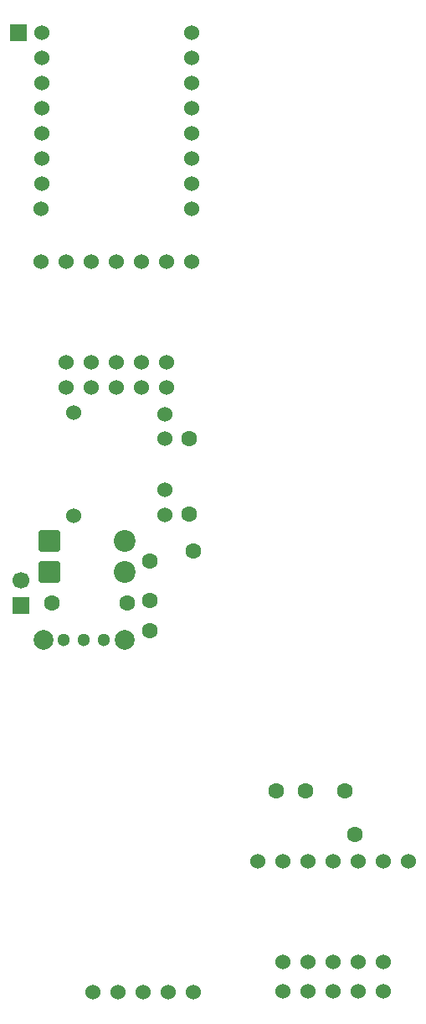
<source format=gts>
G04 #@! TF.GenerationSoftware,KiCad,Pcbnew,9.0.2*
G04 #@! TF.CreationDate,2025-07-09T03:35:45-04:00*
G04 #@! TF.ProjectId,FBT,4642542e-6b69-4636-9164-5f7063625858,rev?*
G04 #@! TF.SameCoordinates,Original*
G04 #@! TF.FileFunction,Soldermask,Top*
G04 #@! TF.FilePolarity,Negative*
%FSLAX46Y46*%
G04 Gerber Fmt 4.6, Leading zero omitted, Abs format (unit mm)*
G04 Created by KiCad (PCBNEW 9.0.2) date 2025-07-09 03:35:45*
%MOMM*%
%LPD*%
G01*
G04 APERTURE LIST*
G04 Aperture macros list*
%AMRoundRect*
0 Rectangle with rounded corners*
0 $1 Rounding radius*
0 $2 $3 $4 $5 $6 $7 $8 $9 X,Y pos of 4 corners*
0 Add a 4 corners polygon primitive as box body*
4,1,4,$2,$3,$4,$5,$6,$7,$8,$9,$2,$3,0*
0 Add four circle primitives for the rounded corners*
1,1,$1+$1,$2,$3*
1,1,$1+$1,$4,$5*
1,1,$1+$1,$6,$7*
1,1,$1+$1,$8,$9*
0 Add four rect primitives between the rounded corners*
20,1,$1+$1,$2,$3,$4,$5,0*
20,1,$1+$1,$4,$5,$6,$7,0*
20,1,$1+$1,$6,$7,$8,$9,0*
20,1,$1+$1,$8,$9,$2,$3,0*%
G04 Aperture macros list end*
%ADD10R,1.700000X1.700000*%
%ADD11C,2.000000*%
%ADD12C,1.300000*%
%ADD13C,1.524000*%
%ADD14C,1.600000*%
%ADD15RoundRect,0.249999X-0.850001X-0.850001X0.850001X-0.850001X0.850001X0.850001X-0.850001X0.850001X0*%
%ADD16C,2.200000*%
%ADD17C,1.700000*%
G04 APERTURE END LIST*
D10*
X92600000Y-48500000D03*
D11*
X95100000Y-109800000D03*
X103300000Y-109800000D03*
D12*
X97200000Y-109800000D03*
X99200000Y-109800000D03*
X101200000Y-109800000D03*
D13*
X110120000Y-71620000D03*
X107580000Y-71620000D03*
X105040000Y-71620000D03*
X102500000Y-71620000D03*
X99960000Y-71620000D03*
X97420000Y-71620000D03*
X94880000Y-71620000D03*
X97420000Y-81780000D03*
X99960000Y-81780000D03*
X102500000Y-81780000D03*
X105040000Y-81780000D03*
X107580000Y-81780000D03*
D14*
X105900000Y-101855000D03*
X105900000Y-105855000D03*
X105900000Y-108855000D03*
X110300000Y-100855000D03*
D15*
X95680000Y-103000000D03*
D16*
X103300000Y-103000000D03*
D14*
X103600000Y-106100000D03*
X95980000Y-106100000D03*
D13*
X132041012Y-132190514D03*
X129501012Y-132190514D03*
X126961012Y-132190514D03*
X124421012Y-132190514D03*
X121881012Y-132190514D03*
X119341012Y-132190514D03*
X116801012Y-132190514D03*
X119341012Y-142350514D03*
X121881012Y-142350514D03*
X124421012Y-142350514D03*
X126961012Y-142350514D03*
X129501012Y-142350514D03*
X98200000Y-86900000D03*
X98200000Y-97300000D03*
X107400000Y-97200000D03*
X107400000Y-94700000D03*
X107400000Y-89500000D03*
X107400000Y-87000000D03*
D10*
X92800000Y-106375000D03*
D17*
X92800000Y-103835000D03*
D15*
X95680000Y-99800000D03*
D16*
X103300000Y-99800000D03*
D14*
X125645101Y-125049412D03*
X121645101Y-125049412D03*
X118645101Y-125049412D03*
X126645101Y-129449412D03*
X109900000Y-97110000D03*
X109900000Y-89490000D03*
D13*
X110300000Y-145370000D03*
X107760000Y-145370000D03*
X105220000Y-145370000D03*
X102680000Y-145370000D03*
X100140000Y-145370000D03*
X94920000Y-48510000D03*
X94920000Y-51050000D03*
X94920000Y-53590000D03*
X94920000Y-56130000D03*
X94920000Y-58670000D03*
X94920000Y-61210000D03*
X94920000Y-63750000D03*
X94880000Y-66290000D03*
X110120000Y-66290000D03*
X110120000Y-63750000D03*
X110120000Y-61210000D03*
X110120000Y-58670000D03*
X110120000Y-56130000D03*
X110120000Y-53590000D03*
X110120000Y-51050000D03*
X110120000Y-48510000D03*
X107580000Y-84300000D03*
X105040000Y-84300000D03*
X102500000Y-84300000D03*
X99960000Y-84300000D03*
X97420000Y-84300000D03*
X129500000Y-145270000D03*
X126960000Y-145270000D03*
X124420000Y-145270000D03*
X121880000Y-145270000D03*
X119340000Y-145270000D03*
M02*

</source>
